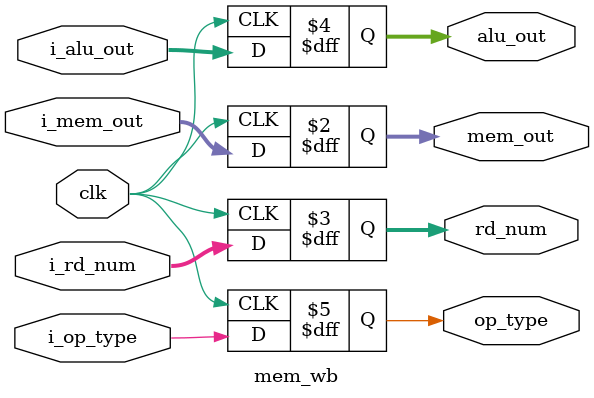
<source format=v>
module if_id(input rst,
			 input clk,
			 input[31:0] i_pc,
			 input[31:0] i_instr,
             output reg[31:0] pc,
             output reg[31:0] instr);
           
	always @(posedge(clk)) begin
		pc <= i_pc;
		instr <= i_instr;
    end
endmodule

module id_ex(input clk,
			 input [31:0] i_pc,
			 input [31:0] i_rs_1,
			 input [31:0] i_rs_2,
			 input [4:0]  i_rd_num,
			 input [11:0] i_imm_12,
			 input [19:0] i_imm_20,
			 input [6:0] i_opcode,
			 input [2:0] i_func_3,
			 input [6:0] i_func_7,		
			 output reg[31:0] pc,
			 output reg[31:0] rs_1,
			 output reg[31:0] rs_2,
			 output reg[4:0] rd_num,
			 output reg[11:0] imm_12,
			 output reg[19:0] imm_20,
			 output reg[6:0] opcode,
			 output reg[2:0] func_3,
			 output reg[6:0] func_7);
			 
	always @(posedge(clk)) begin
		pc <= i_pc;
		rs_1 <= i_rs_1;
		rs_2 <= i_rs_2;
		rd_num <= i_rd_num;
		imm_12 <= i_imm_12;
	  	imm_20 <= i_imm_20;
		opcode <= i_opcode;
		func_3 <= i_func_3;
		func_7 <= i_func_7;
    end
endmodule

module ex_mem(input clk,
			  input[31:0] i_rs_1,
              input[31:0] i_rs_2,
              input[4:0] i_rd_num,
              input[31:0] i_alu_out,
              input[6:0] i_opcode,
              input[2:0] i_func_3,
              input i_op_type,
              output reg[31:0] rs_1,
              output reg[31:0] rs_2,
              output reg[4:0] rd_num,
              output reg[31:0] alu_out,
              output reg[6:0] opcode,
              output reg[2:0] func_3,
              output reg op_type);
              
	always @(posedge(clk)) begin
		rs_1 <= i_rs_1;
        rs_2 <= i_rs_2;
        rd_num <= i_rd_num;
        alu_out <= i_alu_out;
        opcode <= i_opcode;
        func_3 <= func_3;
        op_type <= i_op_type;
    end
endmodule
              
module mem_wb(input clk,
			  input[31:0] i_mem_out,         
              input[4:0] i_rd_num,
              input[31:0] i_alu_out,
              input i_op_type,
              output reg[31:0] mem_out,         
              output reg[4:0] rd_num,
              output reg[31:0] alu_out,
              output reg op_type);
              
	always @(posedge(clk)) begin
		mem_out <= i_mem_out;     
        rd_num <= i_rd_num;
        alu_out <= i_alu_out;
        op_type <= i_op_type;
    end
endmodule
		

		

            
            
       

</source>
